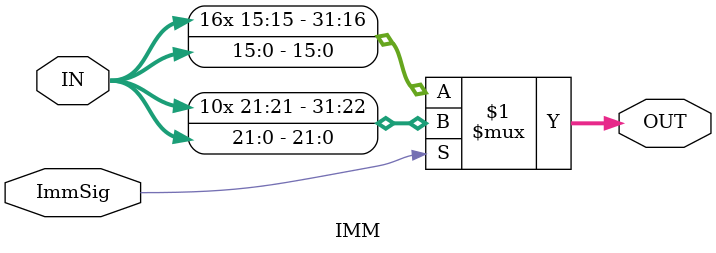
<source format=v>
module IMM(IN,ImmSig,OUT);
input [31:0]IN;
input ImmSig;
output [31:0] OUT;
assign OUT = ImmSig ? {{10{IN[21]}}, IN[21:0]} : {{16{IN[15]}}, IN[15:0]};
endmodule
</source>
